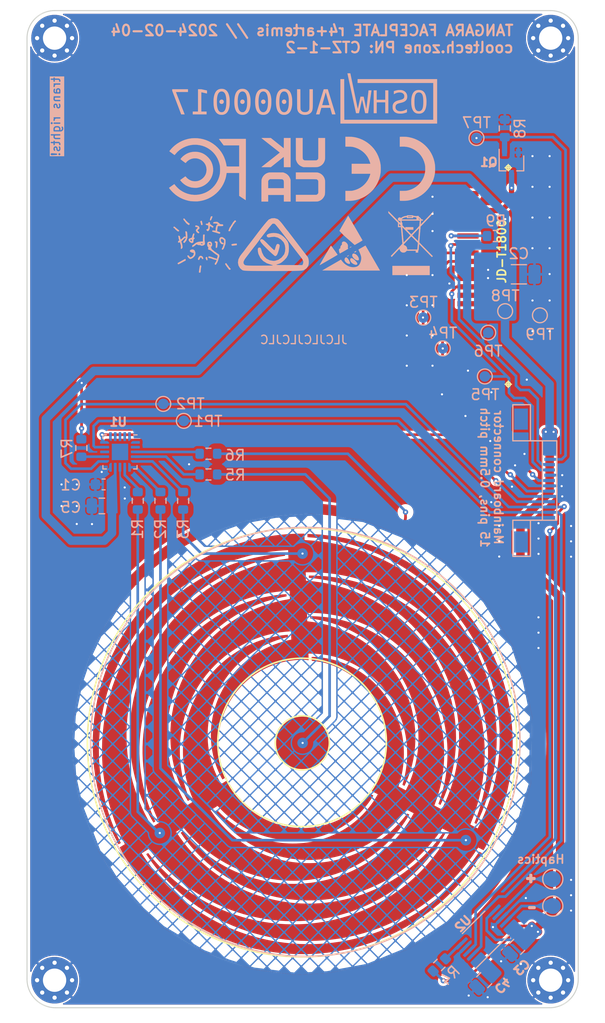
<source format=kicad_pcb>
(kicad_pcb (version 20221018) (generator pcbnew)

  (general
    (thickness 1.6)
  )

  (paper "A4")
  (title_block
    (comment 4 "AISLER Project ID: UHMYFJNI")
  )

  (layers
    (0 "F.Cu" signal)
    (31 "B.Cu" signal)
    (32 "B.Adhes" user "B.Adhesive")
    (33 "F.Adhes" user "F.Adhesive")
    (34 "B.Paste" user)
    (35 "F.Paste" user)
    (36 "B.SilkS" user "B.Silkscreen")
    (37 "F.SilkS" user "F.Silkscreen")
    (38 "B.Mask" user)
    (39 "F.Mask" user)
    (40 "Dwgs.User" user "User.Drawings")
    (41 "Cmts.User" user "User.Comments")
    (42 "Eco1.User" user "User.Eco1")
    (43 "Eco2.User" user "User.Eco2")
    (44 "Edge.Cuts" user)
    (45 "Margin" user)
    (46 "B.CrtYd" user "B.Courtyard")
    (47 "F.CrtYd" user "F.Courtyard")
    (48 "B.Fab" user)
    (49 "F.Fab" user)
    (50 "User.1" user)
    (51 "User.2" user)
    (52 "User.3" user)
    (53 "User.4" user)
    (54 "User.5" user)
    (55 "User.6" user)
    (56 "User.7" user)
    (57 "User.8" user)
    (58 "User.9" user)
  )

  (setup
    (stackup
      (layer "F.SilkS" (type "Top Silk Screen"))
      (layer "F.Paste" (type "Top Solder Paste"))
      (layer "F.Mask" (type "Top Solder Mask") (thickness 0.01))
      (layer "F.Cu" (type "copper") (thickness 0.035))
      (layer "dielectric 1" (type "core") (thickness 1.51) (material "FR4") (epsilon_r 4.5) (loss_tangent 0.02))
      (layer "B.Cu" (type "copper") (thickness 0.035))
      (layer "B.Mask" (type "Bottom Solder Mask") (thickness 0.01))
      (layer "B.Paste" (type "Bottom Solder Paste"))
      (layer "B.SilkS" (type "Bottom Silk Screen"))
      (copper_finish "None")
      (dielectric_constraints no)
    )
    (pad_to_mask_clearance 0)
    (pcbplotparams
      (layerselection 0x00010fc_ffffffff)
      (plot_on_all_layers_selection 0x0000000_00000000)
      (disableapertmacros false)
      (usegerberextensions false)
      (usegerberattributes true)
      (usegerberadvancedattributes true)
      (creategerberjobfile true)
      (dashed_line_dash_ratio 12.000000)
      (dashed_line_gap_ratio 3.000000)
      (svgprecision 6)
      (plotframeref false)
      (viasonmask false)
      (mode 1)
      (useauxorigin false)
      (hpglpennumber 1)
      (hpglpenspeed 20)
      (hpglpendiameter 15.000000)
      (dxfpolygonmode true)
      (dxfimperialunits true)
      (dxfusepcbnewfont true)
      (psnegative false)
      (psa4output false)
      (plotreference true)
      (plotvalue true)
      (plotinvisibletext false)
      (sketchpadsonfab false)
      (subtractmaskfromsilk false)
      (outputformat 1)
      (mirror false)
      (drillshape 0)
      (scaleselection 1)
      (outputdirectory "./gerbers2/")
    )
  )

  (net 0 "")
  (net 1 "Net-(U2-REG)")
  (net 2 "Net-(J2-Pin_1)")
  (net 3 "Net-(SW2-Pin_1)")
  (net 4 "GND")
  (net 5 "+3V3")
  (net 6 "/SCL")
  (net 7 "/SDA")
  (net 8 "/TOUCH_INT")
  (net 9 "/PICO")
  (net 10 "Net-(LCD1-RESET)")
  (net 11 "/SCLK")
  (net 12 "/CS")
  (net 13 "/RS")
  (net 14 "/LED_ENABLE")
  (net 15 "Net-(SW2-Pin_2)")
  (net 16 "Net-(SW2-Pin_3)")
  (net 17 "Net-(LCD1-LEDK)")
  (net 18 "Net-(J1-Pin_1)")
  (net 19 "Net-(U1-KEY0)")
  (net 20 "Net-(SW1-Pin_1)")
  (net 21 "Net-(U1-KEY1)")
  (net 22 "Net-(SW3-Pin_1)")
  (net 23 "Net-(U1-KEY2)")
  (net 24 "Net-(U2-EN)")
  (net 25 "Net-(U1-KEY3)")
  (net 26 "Net-(U1-KEY4)")
  (net 27 "Net-(U1-~{RESET})")
  (net 28 "unconnected-(U1-KEY6-Pad1)")
  (net 29 "unconnected-(U1-KEY5-Pad2)")
  (net 30 "unconnected-(U1-NC-Pad13)")
  (net 31 "unconnected-(U1-KEY11-Pad16)")
  (net 32 "unconnected-(U1-KEY10-Pad17)")
  (net 33 "unconnected-(U1-KEY9-Pad18)")
  (net 34 "unconnected-(U1-KEY8-Pad19)")
  (net 35 "unconnected-(U1-KEY7-Pad20)")

  (footprint "faceplate-footprints:qtouch-wheel" (layer "F.Cu") (at 157.687776 117.890948 -148))

  (footprint "faceplate-footprints:qtouch-guard" (layer "F.Cu") (at 157.7 117.885573 -10))

  (footprint "MountingHole:MountingHole_2.2mm_M2_Pad_Via" (layer "F.Cu") (at 134.3 140.2))

  (footprint "MountingHole:MountingHole_2.2mm_M2_Pad_Via" (layer "F.Cu") (at 134.3 51.25))

  (footprint "faceplate-footprints:qtouch-button" (layer "F.Cu") (at 157.7 117.8))

  (footprint "MountingHole:MountingHole_2.2mm_M2_Pad_Via" (layer "F.Cu") (at 181.1 51.25))

  (footprint "faceplate-footprints:JD-T1800" (layer "F.Cu") (at 160.199674 71.131556 90))

  (footprint "MountingHole:MountingHole_2.2mm_M2_Pad_Via" (layer "F.Cu") (at 181.1 140.2))

  (footprint "Resistor_SMD:R_0603_1608Metric" (layer "B.Cu") (at 148.811943 90.492976 180))

  (footprint "footprints:oshwa-cert" (layer "B.Cu")
    (tstamp 0efe2e21-be9b-4968-94bd-c6302fb66314)
    (at 157.889132 56.948653 180)
    (attr board_only exclude_from_pos_files exclude_from_bom)
    (fp_text reference "G***" (at 0 0) (layer "B.SilkS") hide
        (effects (font (size 1.5 1.5) (thickness 0.3)) (justify mirror))
      (tstamp 7475cf8c-a45b-45a4-9aca-d3a1d614bf0b)
    )
    (fp_text value "LOGO" (at 0.75 0) (layer "B.SilkS") hide
        (effects (font (size 1.5 1.5) (thickness 0.3)) (justify mirror))
      (tstamp 68d40912-2460-4daa-847d-21071157a31b)
    )
    (fp_poly
      (pts
        (xy -7.603911 0.325283)
        (xy -7.603911 -0.11892)
        (xy -7.20168 -0.11892)
        (xy -6.799449 -0.11892)
        (xy -6.799449 0.325283)
        (xy -6.799449 0.769485)
        (xy -6.656045 0.769485)
        (xy -6.512641 0.769485)
        (xy -6.512641 -0.311291)
        (xy -6.512641 -1.392068)
        (xy -6.656 -1.392068)
        (xy -6.799358 -1.392068)
        (xy -6.801153 -0.879661)
        (xy -6.802947 -0.367254)
        (xy -7.203429 -0.365448)
        (xy -7.603911 -0.363642)
        (xy -7.603911 -0.877855)
        (xy -7.603911 -1.392068)
        (xy -7.750813 -1.392068)
        (xy -7.897714 -1.392068)
        (xy -7.897714 -0.311291)
        (xy -7.897714 0.769485)
        (xy -7.750813 0.769485)
        (xy -7.603911 0.769485)
      )

      (stroke (width 0) (type solid)) (fill solid) (layer "B.SilkS") (tstamp 1b1b8f51-b395-4d88-b8f2-dba3c17db507))
    (fp_poly
      (pts
        (xy 1.993324 -0.106062)
        (xy 2.035363 -0.122924)
        (xy 2.078183 -0.153449)
        (xy 2.110862 -0.191633)
        (xy 2.133126 -0.235361)
        (xy 2.144704 -0.282519)
        (xy 2.145322 -0.330993)
        (xy 2.134707 -0.37867)
        (xy 2.112587 -0.423434)
        (xy 2.079211 -0.462691)
        (xy 2.034945 -0.494397)
        (xy 1.985358 -0.51343)
        (xy 1.931954 -0.519332)
        (xy 1.901821 -0.516862)
        (xy 1.851568 -0.503043)
        (xy 1.80736 -0.478277)
        (xy 1.771229 -0.444201)
        (xy 1.745209 -0.40245)
        (xy 1.738559 -0.385411)
        (xy 1.729924 -0.343711)
        (xy 1.728816 -0.297617)
        (xy 1.734943 -0.252772)
        (xy 1.747347 -0.216156)
        (xy 1.776112 -0.172443)
        (xy 1.815084 -0.136028)
        (xy 1.852759 -0.113607)
        (xy 1.896485 -0.100452)
        (xy 1.944743 -0.098008)
      )

      (stroke (width 0) (type solid)) (fill solid) (layer "B.SilkS") (tstamp 2d7f64a2-1067-4e7c-b17e-01f5811329be))
    (fp_poly
      (pts
        (xy 5.921188 -0.105238)
        (xy 5.967032 -0.124476)
        (xy 6.007638 -0.154451)
        (xy 6.040976 -0.194426)
        (xy 6.056583 -0.222763)
        (xy 6.071705 -0.271276)
        (xy 6.07512 -0.323041)
        (xy 6.066786 -0.373744)
        (xy 6.058386 -0.396925)
        (xy 6.032847 -0.43845)
        (xy 5.997189 -0.47284)
        (xy 5.954063 -0.498674)
        (xy 5.90612 -0.514534)
        (xy 5.85601 -0.519001)
        (xy 5.834095 -0.517012)
        (xy 5.782933 -0.503599)
        (xy 5.739369 -0.479232)
        (xy 5.71733 -0.460302)
        (xy 5.686228 -0.421988)
        (xy 5.666917 -0.378622)
        (xy 5.65855 -0.328075)
        (xy 5.658048 -0.311425)
        (xy 5.663994 -0.255602)
        (xy 5.681953 -0.206353)
        (xy 5.711417 -0.164532)
        (xy 5.751875 -0.130993)
        (xy 5.772512 -0.119338)
        (xy 5.8219 -0.10193)
        (xy 5.872135 -0.097477)
      )

      (stroke (width 0) (type solid)) (fill solid) (layer "B.SilkS") (tstamp ed2cf7b5-86df-4744-b2dd-2bf504c95823))
    (fp_poly
      (pts
        (xy 7.896391 -0.108866)
        (xy 7.943321 -0.131456)
        (xy 7.97807 -0.159259)
        (xy 8.00954 -0.199229)
        (xy 8.030049 -0.244638)
        (xy 8.039638 -0.293044)
        (xy 8.038346 -0.342007)
        (xy 8.026213 -0.389087)
        (xy 8.003281 -0.431843)
        (xy 7.973042 -0.464952)
        (xy 7.92959 -0.493324)
        (xy 7.879847 -0.51094)
        (xy 7.827098 -0.517247)
        (xy 7.774628 -0.511692)
        (xy 7.746491 -0.503154)
        (xy 7.70347 -0.4797)
        (xy 7.669171 -0.447051)
        (xy 7.643994 -0.407261)
        (xy 7.628338 -0.36238)
        (xy 7.622603 -0.314461)
        (xy 7.627188 -0.265557)
        (xy 7.642494 -0.217718)
        (xy 7.66892 -0.172998)
        (xy 7.679629 -0.159864)
        (xy 7.698068 -0.143509)
        (xy 7.723433 -0.126656)
        (xy 7.744374 -0.115735)
        (xy 7.794517 -0.100558)
        (xy 7.845989 -0.098417)
      )

      (stroke (width 0) (type solid)) (fill solid) (layer "B.SilkS") (tstamp b886266d-e2f4-41a8-99cb-a01383100d68))
    (fp_poly
      (pts
        (xy 3.910181 -0.099364)
        (xy 3.964242 -0.108105)
        (xy 4.010264 -0.127966)
        (xy 4.049446 -0.159559)
        (xy 4.066177 -0.179071)
        (xy 4.094411 -0.22639)
        (xy 4.109175 -0.276864)
        (xy 4.110345 -0.329459)
        (xy 4.097799 -0.383141)
        (xy 4.092072 -0.397621)
        (xy 4.07389 -0.428693)
        (xy 4.047903 -0.459206)
        (xy 4.018366 -0.484797)
        (xy 3.992146 -0.500065)
        (xy 3.954554 -0.511583)
        (xy 3.912846 -0.517814)
        (xy 3.874346 -0.517755)
        (xy 3.868411 -0.517012)
        (xy 3.816225 -0.502729)
        (xy 3.770708 -0.477088)
        (xy 3.733603 -0.441296)
        (xy 3.712713 -0.409226)
        (xy 3.700755 -0.375153)
        (xy 3.694809 -0.33346)
        (xy 3.695033 -0.289232)
        (xy 3.701584 -0.247556)
        (xy 3.707145 -0.229626)
        (xy 3.731266 -0.184816)
        (xy 3.766391 -0.146554)
        (xy 3.810125 -0.117355)
        (xy 3.817356 -0.113877)
        (xy 3.839904 -0.104565)
        (xy 3.859719 -0.099679)
        (xy 3.882537 -0.098322)
      )

      (stroke (width 0) (type solid)) (fill solid) (layer "B.SilkS") (tstamp 074383d5-89c4-4767-af70-0818de9dbb68))
    (fp_poly
      (pts
        (xy -4.994657 1.647398)
        (xy -4.994657 1.462022)
        (xy -8.562269 1.462022)
        (xy -12.129882 1.462022)
        (xy -12.129882 -0.272817)
        (xy -12.129882 -2.007656)
        (xy -7.937348 -2.007656)
        (xy -3.744813 -2.007656)
        (xy -3.740159 -0.80621)
        (xy -3.739625 -0.663599)
        (xy -3.739108 -0.516335)
        (xy -3.738612 -0.365833)
        (xy -3.73814 -0.213508)
        (xy -3.737695 -0.060773)
        (xy -3.737282 0.090956)
        (xy -3.736903 0.240264)
        (xy -3.736562 0.385738)
        (xy -3.736262 0.525961)
        (xy -3.736007 0.659521)
        (xy -3.7358 0.785002)
        (xy -3.735645 0.900989)
        (xy -3.735545 1.006068)
        (xy -3.735503 1.098824)
        (xy -3.735502 1.114005)
        (xy -3.7355 1.832774)
        (xy -3.553622 1.832774)
        (xy -3.371743 1.832774)
        (xy -3.371743 -0.269319)
        (xy -3.371743 -2.371412)
        (xy -7.936188 -2.371412)
        (xy -12.500633 -2.371412)
        (xy -12.500633 -0.269319)
        (xy -12.500633 1.832774)
        (xy -8.747645 1.832774)
        (xy -4.994657 1.832774)
      )

      (stroke (width 0) (type solid)) (fill solid) (layer "B.SilkS") (tstamp 0ae21bd7-931b-4b7b-9452-183f25500a2d))
    (fp_poly
      (pts
        (xy 10.059267 -0.17838)
        (xy 10.059267 -1.231176)
        (xy 10.307601 -1.231176)
        (xy 10.555935 -1.231176)
        (xy 10.555935 -1.367584)
        (xy 10.555935 -1.503993)
        (xy 9.901873 -1.503993)
        (xy 9.24781 -1.503993)
        (xy 9.24781 -1.367584)
        (xy 9.24781 -1.231176)
        (xy 9.496144 -1.231176)
        (xy 9.744478 -1.231176)
        (xy 9.744478 -0.321313)
        (xy 9.744471 -0.189823)
        (xy 9.744444 -0.071622)
        (xy 9.744387 0.033992)
        (xy 9.744291 0.127722)
        (xy 9.744146 0.210268)
        (xy 9.743943 0.282332)
        (xy 9.743673 0.344618)
        (xy 9.743325 0.397825)
        (xy 9.742891 0.442657)
        (xy 9.742361 0.479816)
        (xy 9.741725 0.510002)
        (xy 9.740974 0.533918)
        (xy 9.740099 0.552265)
        (xy 9.739089 0.565747)
        (xy 9.737937 0.575064)
        (xy 9.736631 0.580918)
        (xy 9.735163 0.584011)
        (xy 9.733522 0.585045)
        (xy 9.732236 0.584911)
        (xy 9.720715 0.581969)
        (xy 9.697896 0.576544)
        (xy 9.665631 0.569052)
        (xy 9.625771 0.559907)
        (xy 9.580167 0.549527)
        (xy 9.53067 0.538325)
        (xy 9.479132 0.526718)
        (xy 9.427404 0.515121)
        (xy 9.377337 0.50395)
        (xy 9.330782 0.493621)
        (xy 9.289591 0.484548)
        (xy 9.255615 0.477147)
        (xy 9.230704 0.471834)
        (xy 9.216711 0.469024)
        (xy 9.214431 0.468687)
        (xy 9.211368 0.472184)
        (xy 9.209065 0.483556)
        (xy 9.207441 0.504122)
        (xy 9.20642 0.535201)
        (xy 9.205921 0.578111)
        (xy 9.205839 0.611957)
        (xy 9.205874 0.660104)
        (xy 9.206111 0.696092)
        (xy 9.206745 0.721755)
        (xy 9.207973 0.738925)
        (xy 9.20999 0.749435)
        (xy 9.212993 0.755118)
        (xy 9.217179 0.757806)
        (xy 9.221578 0.759049)
        (xy 9.231828 0.761378)
        (xy 9.25412 0.766338)
        (xy 9.286832 0.773569)
        (xy 9.328338 0.782714)
        (xy 9.377014 0.793416)
        (xy 9.431236 0.805316)
        (xy 9.489378 0.818056)
        (xy 9.492059 0.818643)
        (xy 9.7468 0.874415)
        (xy 9.903034 0.874415)
        (xy 10.059267 0.874415)
      )

      (stroke (width 0) (type solid)) (fill solid) (layer "B.SilkS") (tstamp 44ea6280-ac0a-40d3-aa94-eb85a113cf3f))
    (fp_poly
      (pts
        (xy 12.493638 0.801741)
        (xy 12.493638 0.729067)
        (xy 12.083704 -0.350738)
        (xy 12.038744 -0.469169)
        (xy 11.994998 -0.584406)
        (xy 11.952737 -0.695738)
        (xy 11.91223 -0.802452)
        (xy 11.873749 -0.903835)
        (xy 11.837564 -0.999174)
        (xy 11.803945 -1.087757)
        (xy 11.773163 -1.16887)
        (xy 11.745488 -1.241803)
        (xy 11.72119 -1.305841)
        (xy 11.70054 -1.360273)
        (xy 11.683809 -1.404385)
        (xy 11.671267 -1.437465)
        (xy 11.663184 -1.4588)
        (xy 11.659984 -1.467268)
        (xy 11.646199 -1.503993)
        (xy 11.478401 -1.503993)
        (xy 11.431838 -1.503785)
        (xy 11.390495 -1.503201)
        (xy 11.356237 -1.5023)
        (xy 11.33093 -1.501142)
        (xy 11.316439 -1.499786)
        (xy 11.313731 -1.498747)
        (xy 11.316946 -1.491165)
        (xy 11.324903 -1.471442)
        (xy 11.337274 -1.440419)
        (xy 11.353728 -1.398938)
        (xy 11.373936 -1.347839)
        (xy 11.397568 -1.287963)
        (xy 11.424294 -1.220152)
        (xy 11.453785 -1.145246)
        (xy 11.485711 -1.064086)
        (xy 11.519742 -0.977515)
        (xy 11.555549 -0.886372)
        (xy 11.592802 -0.791498)
        (xy 11.631171 -0.693735)
        (xy 11.670326 -0.593925)
        (xy 11.709939 -0.492907)
        (xy 11.749679 -0.391523)
        (xy 11.789216 -0.290614)
        (xy 11.828221 -0.191021)
        (xy 11.866364 -0.093586)
        (xy 11.903316 0.000852)
        (xy 11.938747 0.09145)
        (xy 11.972326 0.177367)
        (xy 12.003726 0.257764)
        (xy 12.032615 0.331797)
        (xy 12.058664 0.398628)
        (xy 12.081543 0.457413)
        (xy 12.100924 0.507313)
        (xy 12.116475 0.547486)
        (xy 12.127868 0.577092)
        (xy 12.134772 0.595288)
        (xy 12.136877 0.601227)
        (xy 12.131218 0.60272)
        (xy 12.114052 0.604034)
        (xy 12.085091 0.605174)
        (xy 12.044048 0.606144)
        (xy 11.990638 0.606946)
        (xy 11.924573 0.607586)
        (xy 11.845568 0.608065)
        (xy 11.753335 0.608389)
        (xy 11.647587 0.608561)
        (xy 11.570256 0.608593)
        (xy 11.003635 0.608593)
        (xy 11.003635 0.741504)
        (xy 11.003635 0.874415)
        (xy 11.748637 0.874415)
        (xy 12.493638 0.874415)
      )

      (stroke (width 0) (type solid)) (fill solid) (layer "B.SilkS") (tstamp 55cceb78-98ec-4751-b6df-63e727793591))
    (fp_poly
      (pts
        (xy -0.452647 -0.050716)
        (xy -0.452217 -0.191434)
        (xy -0.451762 -0.318741)
        (xy -0.451274 -0.433216)
        (xy -0.450747 -0.535439)
        (xy -0.450174 -0.625989)
        (xy -0.449548 -0.705446)
        (xy -0.448862 -0.774389)
        (xy -0.44811 -0.833397)
        (xy -0.447284 -0.88305)
        (xy -0.446377 -0.923928)
        (xy -0.445383 -0.95661)
        (xy -0.444295 -0.981675)
        (xy -0.443106 -0.999702)
        (xy -0.441809 -1.011272)
        (xy -0.441236 -1.014321)
        (xy -0.419857 -1.078215)
        (xy -0.386212 -1.135562)
        (xy -0.360332 -1.166776)
        (xy -0.318709 -1.205488)
        (xy -0.272778 -1.235484)
        (xy -0.218849 -1.258938)
        (xy -0.186342 -1.269293)
        (xy -0.157528 -1.276984)
        (xy -0.131635 -1.282137)
        (xy -0.10445 -1.285229)
        (xy -0.071761 -1.286737)
        (xy -0.029356 -1.287138)
        (xy -0.028807 -1.287138)
        (xy 0.048758 -1.283868)
        (xy 0.115843 -1.273595)
        (xy 0.174456 -1.255622)
        (xy 0.226606 -1.229254)
        (xy 0.274301 -1.193796)
        (xy 0.294313 -1.175213)
        (xy 0.335057 -1.128417)
        (xy 0.363983 -1.078845)
        (xy 0.383227 -1.022715)
        (xy 0.385224 -1.014321)
        (xy 0.386565 -1.005164)
        (xy 0.387796 -0.98962)
        (xy 0.388925 -0.967116)
        (xy 0.389959 -0.937083)
        (xy 0.390904 -0.89895)
        (xy 0.391767 -0.852146)
        (xy 0.392555 -0.796099)
        (xy 0.393275 -0.730239)
        (xy 0.393933 -0.653995)
        (xy 0.394537 -0.566797)
        (xy 0.395093 -0.468072)
        (xy 0.395607 -0.357251)
        (xy 0.396088 -0.233763)
        (xy 0.39654 -0.097037)
        (xy 0.396679 -0.050716)
        (xy 0.399399 0.874415)
        (xy 0.556759 0.874415)
        (xy 0.714118 0.874415)
        (xy 0.711636 -0.019237)
        (xy 0.711258 -0.150726)
        (xy 0.710886 -0.268998)
        (xy 0.710507 -0.374827)
        (xy 0.71011 -0.468984)
        (xy 0.709683 -0.552245)
        (xy 0.709214 -0.625382)
        (xy 0.708692 -0.689169)
        (xy 0.708104 -0.744379)
        (xy 0.707439 -0.791785)
        (xy 0.706686 -0.832161)
        (xy 0.705832 -0.866281)
        (xy 0.704866 -0.894917)
        (xy 0.703776 -0.918843)
        (xy 0.70255 -0.938832)
        (xy 0.701177 -0.955658)
        (xy 0.699644 -0.970095)
        (xy 0.69794 -0.982915)
        (xy 0.696881 -0.989837)
        (xy 0.67788 -1.080789)
        (xy 0.65123 -1.161899)
        (xy 0.628563 -1.212242)
        (xy 0.585042 -1.283205)
        (xy 0.530068 -1.347001)
        (xy 0.464521 -1.403071)
        (xy 0.389279 -1.450855)
        (xy 0.305221 -1.489795)
        (xy 0.213227 -1.51933)
        (xy 0.115423 -1.538726)
        (xy 0.079296 -1.54226)
        (xy 0.033667 -1.544343)
        (xy -0.017544 -1.545024)
        (xy -0.07042 -1.544353)
        (xy -0.121042 -1.542377)
        (xy -0.165491 -1.539147)
        (xy -0.199367 -1.534797)
        (xy -0.300282 -1.510934)
        (xy -0.393126 -1.476672)
        (xy -0.477223 -1.432354)
        (xy -0.551898 -1.378325)
        (xy -0.60328 -1.329542)
        (xy -0.640986 -1.284914)
        (xy -0.672868 -1.237324)
        (xy -0.699413 -1.185224)
        (xy -0.721111 -1.127065)
        (xy -0.73845 -1.0613)
        (xy -0.751919 -0.986379)
        (xy -0.762006 -0.900756)
        (xy -0.769133 -0.804051)
        (xy -0.770243 -0.777166)
        (xy -0.771286 -0.737195)
        (xy -0.772255 -0.685046)
        (xy -0.773143 -0.621624)
        (xy -0.773942 -0.547835)
        (xy -0.774646 -0.464585)
        (xy -0.775247 -0.372779)
        (xy -0.775737 -0.273324)
        (xy -0.776108 -0.167125)
        (xy -0.776355 -0.055089)
        (xy -0.776469 0.06188)
        (xy -0.776476 0.099684)
        (xy -0.77648 0.874415)
        (xy -0.615877 0.874415)
        (xy -0.455273 0.874415)
      )

      (stroke (width 0) (type solid)) (fill solid) (layer "B.SilkS") (tstamp 41dcebf9-1373-47e4-a02b-81c120e1801d))
    (fp_poly
      (pts
        (xy -10.704396 0.801112)
        (xy -10.613651 0.789603)
        (xy -10.531075 0.767765)
        (xy -10.455706 0.735281)
        (xy -10.386584 0.691831)
        (xy -10.332398 0.646392)
        (xy -10.276092 0.585483)
        (xy -10.226486 0.515084)
        (xy -10.183378 0.434662)
        (xy -10.146566 0.343687)
        (xy -10.115849 0.241629)
        (xy -10.091024 0.127955)
        (xy -10.071889 0.002135)
        (xy -10.065347 -0.055962)
        (xy -10.061857 -0.101488)
        (xy -10.059351 -0.157747)
        (xy -10.057809 -0.221751)
        (xy -10.057213 -0.29051)
        (xy -10.057543 -0.361035)
        (xy -10.05878 -0.430336)
        (xy -10.060905 -0.495423)
        (xy -10.063899 -0.553308)
        (xy -10.067744 -0.601001)
        (xy -10.068891 -0.611456)
        (xy -10.087541 -0.739887)
        (xy -10.111886 -0.855991)
        (xy -10.142147 -0.960319)
        (xy -10.178545 -1.053419)
        (xy -10.2213 -1.135841)
        (xy -10.270632 -1.208134)
        (xy -10.326763 -1.270847)
        (xy -10.338174 -1.281687)
        (xy -10.388973 -1.322656)
        (xy -10.447459 -1.359889)
        (xy -10.507332 -1.389434)
        (xy -10.514624 -1.392399)
        (xy -10.568803 -1.4094)
        (xy -10.63269 -1.422149)
        (xy -10.70259 -1.430403)
        (xy -10.77481 -1.433918)
        (xy -10.845652 -1.432449)
        (xy -10.911423 -1.425754)
        (xy -10.940678 -1.420493)
        (xy -11.027406 -1.396232)
        (xy -11.106346 -1.361615)
        (xy -11.177654 -1.316416)
        (xy -11.241482 -1.260411)
        (xy -11.297986 -1.193375)
        (xy -11.34732 -1.115081)
        (xy -11.389638 -1.025306)
        (xy -11.425094 -0.923825)
        (xy -11.453844 -0.810412)
        (xy -11.476041 -0.684842)
        (xy -11.483309 -0.629578)
        (xy -11.48889 -0.571878)
        (xy -11.493312 -0.503901)
        (xy -11.496499 -0.429321)
        (xy -11.498376 -0.35181)
        (xy -11.49868 -0.304296)
        (xy -11.194304 -0.304296)
        (xy -11.192727 -0.435019)
        (xy -11.187862 -0.552809)
        (xy -11.179553 -0.658368)
        (xy -11.167644 -0.752397)
        (xy -11.151978 -0.835599)
        (xy -11.1324 -0.908677)
        (xy -11.108752 -0.972331)
        (xy -11.080878 -1.027265)
        (xy -11.048623 -1.074181)
        (xy -11.014705 -1.111092)
        (xy -10.962121 -1.151431)
        (xy -10.902685 -1.180027)
        (xy -10.837618 -1.196558)
        (xy -10.768144 -1.200707)
        (xy -10.700649 -1.193171)
        (xy -10.637657 -1.175006)
        (xy -10.581858 -1.145816)
        (xy -10.532977 -1.105284)
        (xy -10.490737 -1.053096)
        (xy -10.454865 -0.988934)
        (xy -10.425084 -0.912482)
        (xy -10.409624 -0.859026)
        (xy -10.397558 -0.808353)
        (xy -10.387643 -0.757631)
        (xy -10.379662 -0.704713)
        (xy -10.373401 -0.647449)
        (xy -10.368643 -0.583692)
        (xy -10.365173 -0.511295)
        (xy -10.362776 -0.428108)
        (xy -10.361942 -0.383624)
        (xy -10.361373 -0.247926)
        (xy -10.364347 -0.125131)
        (xy -10.370997 -0.014574)
        (xy -10.381454 0.084411)
        (xy -10.395851 0.172488)
        (xy -10.414319 0.250324)
        (xy -10.436992 0.318583)
        (xy -10.464001 0.377931)
        (xy -10.495478 0.429033)
        (xy -10.531556 0.472555)
        (xy -10.532155 0.473176)
        (xy -10.580946 0.515141)
        (xy -10.63516 0.544953)
        (xy -10.69677 0.563622)
        (xy -10.716132 0.567069)
        (xy -10.777949 0.571387)
        (xy -10.840154 0.566243)
        (xy -10.899148 0.552333)
        (xy -10.951332 0.530352)
        (xy -10.972262 0.517582)
        (xy -11.015704 0.482095)
        (xy -11.053994 0.438634)
        (xy -11.087292 0.386603)
        (xy -11.115761 0.325404)
        (xy -11.13956 0.254441)
        (xy -11.158852 0.173117)
        (xy -11.173798 0.080835)
        (xy -11.184559 -0.023001)
        (xy -11.191296 -0.138989)
        (xy -11.19417 -0.267724)
        (xy -11.194304 -0.304296)
        (xy -11.49868 -0.304296)
        (xy -11.498867 -0.275041)
        (xy -11.497896 -0.202686)
        (xy -11.495387 -0.138417)
        (xy -11.493909 -0.115422)
        (xy -11.480308 0.022353)
        (xy -11.460607 0.147821)
        (xy -11.43467 0.261332)
        (xy -11.402365 0.363232)
        (xy -11.363559 0.453869)
        (xy -11.318116 0.533593)
        (xy -11.265904 0.602749)
        (xy -11.206789 0.661687)
        (xy -11.190083 0.675531)
        (xy -11.129054 0.718539)
        (xy -11.06519 0.751889)
        (xy -10.996284 0.776308)
        (xy -10.920127 0.792522)
        (xy -10.834514 0.801259)
        (xy -10.804269 0.802611)
      )

      (stroke (width 0) (type solid)) (fill solid) (layer "B.SilkS") (tstamp 8e6852d5-bd08-4c51-81ca-eeaa2f10db73))
    (fp_poly
      (pts
        (xy 5.958399 0.909919)
        (xy 6.012245 0.902631)
        (xy 6.056848 0.893849)
        (xy 6.096956 0.88225)
        (xy 6.137317 0.86651)
        (xy 6.17257 0.850247)
        (xy 6.250892 0.80505)
        (xy 6.321778 0.748783)
        (xy 6.385281 0.681332)
        (xy 6.44145 0.602584)
        (xy 6.490336 0.512426)
        (xy 6.531988 0.410744)
        (xy 6.566457 0.297427)
        (xy 6.593794 0.17236)
        (xy 6.614049 0.03543)
        (xy 6.627272 -0.113475)
        (xy 6.630738 -0.179543)
        (xy 6.634063 -0.346277)
        (xy 6.629535 -0.503821)
        (xy 6.617218 -0.651734)
        (xy 6.597174 -0.789575)
        (xy 6.569469 -0.916904)
        (xy 6.534166 -1.03328)
        (xy 6.491981 -1.13687)
        (xy 6.444238 -1.227329)
        (xy 6.391209 -1.305331)
        (xy 6.332046 -1.371685)
        (xy 6.265905 -1.427201)
        (xy 6.19194 -1.47269)
        (xy 6.109306 -1.50896)
        (xy 6.099917 -1.512328)
        (xy 6.043146 -1.527917)
        (xy 5.977225 -1.538805)
        (xy 5.906252 -1.544785)
        (xy 5.834328 -1.545648)
        (xy 5.76555 -1.541189)
        (xy 5.708179 -1.532122)
        (xy 5.61729 -1.506638)
        (xy 5.53554 -1.471153)
        (xy 5.46193 -1.424967)
        (xy 5.395457 -1.367379)
        (xy 5.335119 -1.29769)
        (xy 5.299189 -1.246304)
        (xy 5.254663 -1.168743)
        (xy 5.215809 -1.082262)
        (xy 5.182338 -0.985938)
        (xy 5.153959 -0.878848)
        (xy 5.130383 -0.760068)
        (xy 5.115452 -0.661057)
        (xy 5.111289 -0.62008)
        (xy 5.107943 -0.56759)
        (xy 5.10541 -0.506042)
        (xy 5.103691 -0.437891)
        (xy 5.102782 -0.36559)
        (xy 5.102779 -0.36355)
        (xy 5.422481 -0.36355)
        (xy 5.42352 -0.462243)
        (xy 5.426684 -0.550843)
        (xy 5.432132 -0.631242)
        (xy 5.440021 -0.70533)
        (xy 5.450509 -0.774998)
        (xy 5.463753 -0.842136)
        (xy 5.477305 -0.89866)
        (xy 5.506188 -0.992596)
        (xy 5.541053 -1.073915)
        (xy 5.581895 -1.142608)
        (xy 5.628708 -1.198667)
        (xy 5.681484 -1.242083)
        (xy 5.740218 -1.272848)
        (xy 5.771716 -1.283456)
        (xy 5.809239 -1.29012)
        (xy 5.854571 -1.292393)
        (xy 5.902513 -1.290504)
        (xy 5.947863 -1.284681)
        (xy 5.985422 -1.275153)
        (xy 5.988826 -1.2739)
        (xy 6.047352 -1.244204)
        (xy 6.100011 -1.202187)
        (xy 6.146833 -1.147785)
        (xy 6.187849 -1.080934)
        (xy 6.22309 -1.001569)
        (xy 6.252585 -0.909628)
        (xy 6.276365 -0.805045)
        (xy 6.29446 -0.687758)
        (xy 6.302206 -0.615588)
        (xy 6.309168 -0.519287)
        (xy 6.313196 -0.416033)
        (xy 6.314344 -0.309295)
        (xy 6.312664 -0.202541)
        (xy 6.308209 -0.099241)
        (xy 6.301033 -0.002862)
        (xy 6.291562 0.080447)
        (xy 6.272605 0.193303)
        (xy 6.248621 0.293328)
        (xy 6.219437 0.380814)
        (xy 6.184878 0.45605)
        (xy 6.14477 0.519329)
        (xy 6.098938 0.570942)
        (xy 6.047208 0.611179)
        (xy 5.989406 0.640333)
        (xy 5.948508 0.653474)
        (xy 5.884968 0.663469)
        (xy 5.820487 0.660455)
        (xy 5.786743 0.654009)
        (xy 5.723126 0.631992)
        (xy 5.665562 0.597391)
        (xy 5.614085 0.550252)
        (xy 5.568727 0.49062)
        (xy 5.529521 0.41854)
        (xy 5.4965 0.334057)
        (xy 5.469697 0.237217)
        (xy 5.463718 0.20986)
        (xy 5.454004 0.160837)
        (xy 5.44605 0.114937)
        (xy 5.439651 0.069823)
        (xy 5.434605 0.023157)
        (xy 5.430707 -0.027398)
        (xy 5.427753 -0.084181)
        (xy 5.425541 -0.149528)
        (xy 5.423866 -0.225778)
        (xy 5.42341 -0.252876)
        (xy 5.422481 -0.36355)
        (xy 5.102779 -0.36355)
        (xy 5.102683 -0.291595)
        (xy 5.103392 -0.218359)
        (xy 5.104907 -0.148336)
        (xy 5.107227 -0.083982)
        (xy 5.11035 -0.027751)
        (xy 5.114274 0.017904)
        (xy 5.115909 0.031479)
        (xy 5.136055 0.159215)
        (xy 5.160944 0.274787)
        (xy 5.190949 0.379325)
        (xy 5.226439 0.473954)
        (xy 5.267787 0.559801)
        (xy 5.315363 0.637995)
        (xy 5.315859 0.638723)
        (xy 5.374144 0.7124)
        (xy 5.44086 0.775164)
        (xy 5.515348 0.826736)
        (xy 5.596945 0.866839)
        (xy 5.684993 0.895192)
        (xy 5.77883 0.911518)
        (xy 5.877797 0.915537)
      )

      (stroke (width 0) (type solid)) (fill solid) (layer "B.SilkS") (tstamp ac65ec05-b92f-4e7c-ba46-adae3807a76c))
    (fp_poly
      (pts
        (xy -1.935487 0.874358)
        (xy -1.890549 0.874122)
        (xy -1.856507 0.873612)
        (xy -1.831815 0.872732)
        (xy -1.814925 0.871386)
        (xy -1.804291 0.869479)
        (xy -1.798366 0.866915)
        (xy -1.795601 0.863598)
        (xy -1.795074 0.862173)
        (xy -1.791573 0.850622)
        (xy -1.784305 0.826758)
        (xy -1.773523 0.791412)
        (xy -1.759482 0.745418)
        (xy -1.742438 0.689608)
        (xy -1.722645 0.624816)
        (xy -1.700356 0.551872)
        (xy -1.675828 0.471612)
        (xy -1.649315 0.384866)
        (xy -1.621071 0.292468)
        (xy -1.591351 0.195251)
        (xy -1.56041 0.094046)
        (xy -1.528502 -0.010312)
        (xy -1.495882 -0.116993)
        (xy -1.462805 -0.225161)
        (xy -1.429525 -0.333986)
        (xy -1.396296 -0.442635)
        (xy -1.363375 -0.550274)
        (xy -1.331015 -0.656071)
        (xy -1.29947 -0.759194)
        (xy -1.268997 -0.858809)
        (xy -1.239848 -0.954084)
        (xy -1.212279 -1.044187)
        (xy -1.186545 -1.128284)
        (xy -1.1629 -1.205543)
        (xy -1.141599 -1.275132)
        (xy -1.122896 -1.336216)
        (xy -1.107047 -1.387965)
        (xy -1.094305 -1.429545)
        (xy -1.084926 -1.460123)
        (xy -1.079163 -1.478867)
        (xy -1.077297 -1.484882)
        (xy -1.070924 -1.504245)
        (xy -1.236567 -1.50237)
        (xy -1.40221 -1.500495)
        (xy -1.489827 -1.192701)
        (xy -1.577444 -0.884907)
        (xy -1.99449 -0.883104)
        (xy -2.411535 -0.8813)
        (xy -2.443322 -0.995029)
        (xy -2.453968 -1.033175)
        (xy -2.467451 -1.08158)
        (xy -2.482876 -1.137018)
        (xy -2.499344 -1.196264)
        (xy -2.51596 -1.256095)
        (xy -2.52991 -1.306375)
        (xy -2.58471 -1.503993)
        (xy -2.75009 -1.503993)
        (xy -2.915469 -1.503993)
        (xy -2.884782 -1.40431)
        (xy -2.879325 -1.386546)
        (xy -2.870014 -1.356195)
        (xy -2.857093 -1.314045)
        (xy -2.840802 -1.260886)
        (xy -2.821384 -1.19751)
        (xy -2.79908 -1.124704)
        (xy -2.774133 -1.04326)
        (xy -2.746784 -0.953967)
        (xy -2.717276 -0.857614)
        (xy -2.685849 -0.754992)
        (xy -2.652747 -0.646891)
        (xy -2.643697 -0.617336)
        (xy -2.32932 -0.617336)
        (xy -2.328666 -0.620155)
        (xy -2.32587 -0.622507)
        (xy -2.319777 -0.624432)
        (xy -2.309227 -0.625974)
        (xy -2.293066 -0.627175)
        (xy -2.270134 -0.628077)
        (xy -2.239275 -0.628722)
        (xy -2.199331 -0.629152)
        (xy -2.149147 -0.62941)
        (xy -2.087563 -0.629537)
        (xy -2.013423 -0.629577)
        (xy -1.993666 -0.629578)
        (xy -1.915421 -0.629532)
        (xy -1.850059 -0.629371)
        (xy -1.796471 -0.629061)
        (xy -1.753549 -0.628568)
        (xy -1.720185 -0.62786)
        (xy -1.695271 -0.626903)
        (xy -1.677697 -0.625662)
        (xy -1.666358 -0.624105)
        (xy -1.660143 -0.622198)
        (xy -1.657945 -0.619907)
        (xy -1.65789 -0.619401)
        (xy -1.65972 -0.611585)
        (xy -1.664991 -0.591475)
        (xy -1.673376 -0.560252)
        (xy -1.684548 -0.519095)
        (xy -1.698179 -0.469184)
        (xy -1.713942 -0.4117)
        (xy -1.73151 -0.347822)
        (xy -1.750555 -0.278731)
        (xy -1.770751 -0.205606)
        (xy -1.791769 -0.129627)
        (xy -1.813282 -0.051975)
        (xy -1.834964 0.026172)
        (xy -1.856487 0.103632)
        (xy -1.877523 0.179226)
        (xy -1.897745 0.251774)
        (xy -1.916826 0.320095)
        (xy -1.934439 0.383011)
        (xy -1.950255 0.43934)
        (xy -1.963949 0.487903)
        (xy -1.975193 0.52752)
        (xy -1.983658 0.557012)
        (xy -1.989019 0.575197)
        (xy -1.990766 0.580612)
        (xy -1.993101 0.575373)
        (xy -1.998843 0.557804)
        (xy -2.007666 0.529058)
        (xy -2.019245 0.490287)
        (xy -2.033253 0.442646)
        (xy -2.049365 0.387288)
        (xy -2.067254 0.325365)
        (xy -2.086596 0.258031)
        (xy -2.107063 0.186438)
        (xy -2.12833 0.111741)
        (xy -2.150071 0.035091)
        (xy -2.17196 -0.042357)
        (xy -2.193672 -0.11945)
        (xy -2.21488 -0.195036)
        (xy -2.235258 -0.267961)
        (xy -2.254481 -0.337072)
        (xy -2.272223 -0.401217)
        (xy -2.288158 -0.45924)
        (xy -2.301959 -0.509991)
        (xy -2.313301 -0.552314)
        (xy -2.321859 -0.585059)
        (xy -2.327306 -0.60707)
        (xy -2.329316 -0.617195)
        (xy -2.32932 -0.617336)
        (xy -2.643697 -0.617336)
        (xy -2.618211 -0.5341)
        (xy -2.582482 -0.417409)
        (xy -2.545804 -0.297608)
        (xy -2.520546 -0.215106)
        (xy -2.186997 0.874415)
        (xy -1.992869 0.874415)
      )

      (stroke (width 0) (type solid)) (fill solid) (layer "B.SilkS") (tstamp c909da5b-71cd-40d4-a67f-521ba084cb7d))
    (fp_poly
      (pts
        (xy 3.961928 0.91281)
        (xy 4.048013 0.902429)
        (xy 4.127449 0.883323)
        (xy 4.172392 0.867101)
        (xy 4.254795 0.825318)
        (xy 4.329829 0.771659)
        (xy 4.397477 0.706153)
        (xy 4.457719 0.62883)
        (xy 4.510536 0.539717)
        (xy 4.55591 0.438844)
        (xy 4.593823 0.32624)
        (xy 4.624255 0.201934)
        (xy 4.633452 0.153897)
        (xy 4.65071 0.035429)
        (xy 4.662349 -0.092549)
        (xy 4.668399 -0.226749)
        (xy 4.668895 -0.363883)
        (xy 4.663869 -0.500664)
        (xy 4.653353 -0.633803)
        (xy 4.637381 -0.760013)
        (xy 4.623569 -0.839438)
        (xy 4.610467 -0.89635)
        (xy 4.592676 -0.959346)
        (xy 4.571676 -1.024006)
        (xy 4.548951 -1.085911)
        (xy 4.52598 -1.140641)
        (xy 4.514653 -1.164355)
        (xy 4.462859 -1.254121)
        (xy 4.404061 -1.331798)
        (xy 4.33815 -1.39747)
        (xy 4.265019 -1.451224)
        (xy 4.18456 -1.493143)
        (xy 4.096665 -1.523311)
        (xy 4.039796 -1.5359)
        (xy 4.000089 -1.540963)
        (xy 3.951681 -1.543992)
        (xy 3.898954 -1.544997)
        (xy 3.84629 -1.543993)
        (xy 3.798071 -1.54099)
        (xy 3.75868 -1.536001)
        (xy 3.753917 -1.535105)
        (xy 3.692367 -1.520389)
        (xy 3.636785 -1.501144)
        (xy 3.5851 -1.477609)
        (xy 3.537097 -1.451816)
        (xy 3.497233 -1.425562)
        (xy 3.460097 -1.394907)
        (xy 3.425793 -1.361585)
        (xy 3.366651 -1.292629)
        (xy 3.314368 -1.213597)
        (xy 3.268773 -1.124048)
        (xy 3.229692 -1.023539)
        (xy 3.196955 -0.91163)
        (xy 3.170388 -0.78788)
        (xy 3.150096 -0.654062)
        (xy 3.146295 -0.614699)
        (xy 3.14313 -0.564252)
        (xy 3.140614 -0.505168)
        (xy 3.138762 -0.43989)
        (xy 3.137586 -0.370864)
        (xy 3.137182 -0.312024)
        (xy 3.455759 -0.312024)
        (xy 3.457473 -0.44473)
        (xy 3.462845 -0.564957)
        (xy 3.47205 -0.673775)
        (xy 3.485265 -0.772256)
        (xy 3.502665 -0.86147)
        (xy 3.524425 -0.942488)
        (xy 3.55072 -1.016381)
        (xy 3.581726 -1.08422)
        (xy 3.582473 -1.085675)
        (xy 3.618313 -1.14342)
        (xy 3.661938 -1.19417)
        (xy 3.711291 -1.236163)
        (xy 3.764311 -1.267641)
        (xy 3.817334 -1.28647)
        (xy 3.85233 -1.291563)
        (xy 3.894802 -1.293147)
        (xy 3.938711 -1.29133)
        (xy 3.978017 -1.286219)
        (xy 3.990584 -1.28341)
        (xy 4.052138 -1.260635)
        (xy 4.107715 -1.225862)
        (xy 4.157385 -1.178972)
        (xy 4.201221 -1.119843)
        (xy 4.239293 -1.048355)
        (xy 4.271674 -0.964387)
        (xy 4.298435 -0.867819)
        (xy 4.319647 -0.758529)
        (xy 4.325805 -0.71702)
        (xy 4.335745 -0.628823)
        (xy 4.342989 -0.530419)
        (xy 4.347482 -0.42534)
        (xy 4.349167 -0.317119)
        (xy 4.34799 -0.209288)
        (xy 4.343893 -0.105378)
        (xy 4.336969 -0.010493)
        (xy 4.3224 0.109896)
        (xy 4.302178 0.218984)
        (xy 4.27641 0.316511)
        (xy 4.245207 0.402217)
        (xy 4.208679 0.47584)
        (xy 4.166935 0.537121)
        (xy 4.120084 0.585799)
        (xy 4.071852 0.619628)
        (xy 4.035105 0.636365)
        (xy 3.991478 0.650511)
        (xy 3.947011 0.660441)
        (xy 3.907746 0.66453)
        (xy 3.904909 0.664556)
        (xy 3.841859 0.65826)
        (xy 3.779338 0.640341)
        (xy 3.721059 0.61225)
        (xy 3.67074 0.575436)
        (xy 3.666378 0.571416)
        (xy 3.651156 0.554779)
        (xy 3.632204 0.530845)
        (xy 3.613136 0.504225)
        (xy 3.609437 0.498699)
        (xy 3.573057 0.435386)
        (xy 3.541818 0.363179)
        (xy 3.515605 0.281458)
        (xy 3.4943 0.189605)
        (xy 3.477785 0.087002)
        (xy 3.465943 -0.02697)
        (xy 3.458657 -0.15293)
        (xy 3.45581 -0.291496)
        (xy 3.455759 -0.312024)
        (xy 3.137182 -0.312024)
        (xy 3.137103 -0.300536)
        (xy 3.137324 -0.231349)
        (xy 3.138263 -0.16575)
        (xy 3.139936 -0.106182)
        (xy 3.142355 -0.055092)
        (xy 3.145534 -0.014924)
        (xy 3.146434 -0.006995)
        (xy 3.160879 0.098419)
        (xy 3.177009 0.192015)
        (xy 3.19536 0.275917)
        (xy 3.216465 0.352249)
        (xy 3.240859 0.423136)
        (xy 3.269077 0.490703)
        (xy 3.27463 0.502732)
        (xy 3.324734 0.596642)
        (xy 3.381378 0.678213)
        (xy 3.444672 0.747533)
        (xy 3.514723 0.804688)
        (xy 3.59164 0.849764)
        (xy 3.675531 0.882849)
        (xy 3.766506 0.904027)
        (xy 3.781245 0.90625)
        (xy 3.872052 0.914179)
      )

      (stroke (width 0) (type solid)) (fill solid) (layer "B.SilkS") (tstamp 7040c1e7-9358-4d4b-b1dd-12dec2396f02))
    (fp_poly
      (pts
        (xy 1.99122 0.913697)
        (xy 2.053706 0.906658)
        (xy 2.06255 0.905373)
        (xy 2.153853 0.885147)
        (xy 2.238601 0.852648)
        (xy 2.316662 0.808032)
        (xy 2.387903 0.751455)
        (xy 2.452191 0.683074)
        (xy 2.509394 0.603045)
        (xy 2.559379 0.511525)
        (xy 2.602015 0.408669)
        (xy 2.637167 0.294634)
        (xy 2.65834 0.202865)
        (xy 2.679279 0.077795)
        (xy 2.69401 -0.056157)
        (xy 2.702535 -0.195811)
        (xy 2.704851 -0.337989)
        (xy 2.700959 -0.479511)
        (xy 2.690857 -0.617197)
        (xy 2.674546 -0.747868)
        (xy 2.658556 -0.837791)
        (xy 2.628577 -0.960553)
        (xy 2.591026 -1.07198)
        (xy 2.545988 -1.171971)
        (xy 2.493548 -1.260425)
        (xy 2.433789 -1.33724)
        (xy 2.366796 -1.402313)
        (xy 2.292655 -1.455545)
        (xy 2.211449 -1.496833)
        (xy 2.123263 -1.526075)
        (xy 2.077609 -1.535961)
        (xy 2.046045 -1.540004)
        (xy 2.005227 -1.542816)
        (xy 1.959073 -1.54437)
        (xy 1.9115 -1.54464)
        (xy 1.866423 -1.5436)
        (xy 1.82776 -1.541222)
        (xy 1.801294 -1.537844)
        (xy 1.707192 -1.513862)
        (xy 1.621304 -1.478794)
        (xy 1.543904 -1.432778)
        (xy 1.475268 -1.375954)
        (xy 1.466866 -1.367643)
        (xy 1.420135 -1.316426)
        (xy 1.380227 -1.263166)
        (xy 1.343888 -1.20325)
        (xy 1.323484 -1.164269)
        (xy 1.291867 -1.095631)
        (xy 1.264519 -1.024071)
        (xy 1.240917 -0.94758)
        (xy 1.220537 -0.864146)
        (xy 1.202856 -0.771758)
        (xy 1.18735 -0.668404)
        (xy 1.18068 -0.615588)
        (xy 1.177253 -0.576985)
        (xy 1.17464 -0.526949)
        (xy 1.172826 -0.468013)
        (xy 1.171795 -0.40271)
        (xy 1.171533 -0.333574)
        (xy 1.171682 -0.312197)
        (xy 1.49342 -0.312197)
        (xy 1.493645 -0.379806)
        (xy 1.49437 -0.445193)
        (xy 1.495595 -0.506044)
        (xy 1.49732 -0.560042)
        (xy 1.499545 -0.604873)
        (xy 1.50227 -0.638223)
        (xy 1.50248 -0.640071)
        (xy 1.515361 -0.737293)
        (xy 1.53019 -0.822728)
        (xy 1.547501 -0.898507)
        (xy 1.567826 -0.966763)
        (xy 1.591699 -1.029627)
        (xy 1.610185 -1.070283)
        (xy 1.629429 -1.107918)
        (xy 1.647168 -1.137092)
        (xy 1.666663 -1.162499)
        (xy 1.691173 -1.188835)
        (xy 1.695587 -1.193258)
        (xy 1.748267 -1.238268)
        (xy 1.802462 -1.269731)
        (xy 1.85165 -1.28647)
        (xy 1.892042 -1.292286)
        (xy 1.939212 -1.293436)
        (xy 1.986914 -1.290131)
        (xy 2.0289 -1.282581)
        (xy 2.037154 -1.280246)
        (xy 2.095839 -1.256062)
        (xy 2.148701 -1.221384)
        (xy 2.195879 -1.175911)
        (xy 2.237511 -1.119337)
        (xy 2.273735 -1.051361)
        (xy 2.304691 -0.971677)
        (xy 2.330516 -0.879984)
        (xy 2.351349 -0.775976)
        (xy 2.367328 -0.659352)
        (xy 2.37847 -0.531644)
        (xy 2.383956 -0.413568)
        (xy 2.385089 -0.29374)
        (xy 2.382028 -0.174612)
        (xy 2.374936 -0.058632)
        (xy 2.363974 0.051749)
        (xy 2.349304 0.154081)
        (xy 2.331086 0.245913)
        (xy 2.325798 0.267731)
        (xy 2.298249 0.357992)
        (xy 2.264189 0.437244)
        (xy 2.223955 0.505165)
        (xy 2.177881 0.561429)
        (xy 2.126305 0.605712)
        (xy 2.069561 0.63769)
        (xy 2.007986 0.65704)
        (xy 1.941916 0.663437)
        (xy 1.916717 0.662479)
        (xy 1.851081 0.652371)
        (xy 1.791476 0.63182)
        (xy 1.737703 0.600513)
        (xy 1.689565 0.558142)
        (xy 1.646864 0.504394)
        (xy 1.609404 0.438959)
        (xy 1.576986 0.361526)
        (xy 1.549414 0.271784)
        (xy 1.526489 0.169423)
        (xy 1.508015 0.054131)
        (xy 1.502543 0.010493)
        (xy 1.499777 -0.021837)
        (xy 1.497508 -0.065835)
        (xy 1.495738 -0.119184)
        (xy 1.494466 -0.179571)
        (xy 1.493694 -0.24468)
        (xy 1.49342 -0.312197)
        (xy 1.171682 -0.312197)
        (xy 1.172023 -0.263137)
        (xy 1.173251 -0.193933)
        (xy 1.175202 -0.128495)
        (xy 1.177859 -0.069356)
        (xy 1.181208 -0.019048)
        (xy 1.184479 0.013991)
        (xy 1.205545 0.153905)
        (xy 1.233173 0.281548)
        (xy 1.267406 0.397028)
        (xy 1.308287 0.500455)
        (xy 1.355859 0.591936)
        (xy 1.410165 0.671579)
        (xy 1.47125 0.739495)
        (xy 1.47574 0.743774)
        (xy 1.546711 0.802189)
        (xy 1.622498 0.847717)
        (xy 1.704266 0.880922)
        (xy 1.793182 0.902367)
        (xy 1.80962 0.90496)
        (xy 1.875196 0.912858)
        (xy 1.933723 0.915767)
      )

      (stroke (width 0) (type solid)) (fill solid) (layer "B.SilkS") (tstamp b216a8ce-b314-4ba9-9743-bedbdbcf4952))
    (fp_poly
      (pts
        (xy 7.907846 0.911137)
        (xy 7.95012 0.90622)
        (xy 8.042915 0.886653)
        (xy 8.128704 0.855007)
        (xy 8.207455 0.811332)
        (xy 8.279134 0.755678)
        (xy 8.343709 0.688094)
        (xy 8.401149 0.608631)
        (xy 8.451419 0.517337)
        (xy 8.494488 0.414264)
        (xy 8.530324 0.29946)
        (xy 8.558893 0.172975)
        (xy 8.580164 0.03486)
        (xy 8.591249 -0.0756)
        (xy 8.593712 -0.118144)
        (xy 8.595311 -0.170926)
        (xy 8.596091 -0.231393)
        (xy 8.5961 -0.29699)
        (xy 8.595381 -0.365163)
        (xy 8.593981 -0.433359)
        (xy 8.591947 -0.499023)
        (xy 8.589324 -0.559601)
        (xy 8.586157 -0.612539)
        (xy 8.582492 -0.655283)
        (xy 8.580554 -0.67155)
        (xy 8.56662 -0.765541)
        (xy 8.551626 -0.848083)
        (xy 8.534892 -0.921712)
        (xy 8.515737 -0.988965)
        (xy 8.49348 -1.052377)
        (xy 8.46744 -1.114486)
        (xy 8.453804 -1.143734)
        (xy 8.408384 -1.228959)
        (xy 8.359477 -1.301766)
        (xy 8.305773 -1.36356)
        (xy 8.24596 -1.415744)
        (xy 8.178724 -1.459722)
        (xy 8.139053 -1.480463)
        (xy 8.091463 -1.502002)
        (xy 8.047747 -1.518055)
        (xy 8.004244 -1.529412)
        (xy 7.957293 -1.536861)
        (xy 7.903233 -1.54119)
        (xy 7.848747 -1.543012)
        (xy 7.784174 -1.54329)
        (xy 7.732629 -1.541362)
        (xy 7.693319 -1.53719)
        (xy 7.684357 -1.535607)
        (xy 7.59639 -1.511964)
        (xy 7.513621 -1.477064)
        (xy 7.437869 -1.431922)
        (xy 7.370953 -1.377555)
        (xy 7.335881 -1.341019)
        (xy 7.282053 -1.272306)
        (xy 7.23482 -1.196949)
        (xy 7.193762 -1.11384)
        (xy 7.158456 -1.02187)
        (xy 7.128483 -0.919931)
        (xy 7.103423 -0.806913)
        (xy 7.082855 -0.681709)
        (xy 7.081184 -0.669617)
        (xy 7.077267 -0.631616)
        (xy 7.074068 -0.581986)
        (xy 7.071588 -0.523071)
        (xy 7.069825 -0.457213)
        (xy 7.068781 -0.386757)
        (xy 7.068454 -0.314045)
        (xy 7.068478 -0.309637)
        (xy 7.386313 -0.309637)
        (xy 7.386567 -0.376377)
        (xy 7.387409 -0.440662)
        (xy 7.38884 -0.499754)
        (xy 7.390861 -0.550914)
        (xy 7.393472 -0.591402)
        (xy 7.393752 -0.594602)
        (xy 7.408151 -0.720481)
        (xy 7.427607 -0.833431)
        (xy 7.452214 -0.933606)
        (xy 7.482067 -1.021159)
        (xy 7.517261 -1.096243)
        (xy 7.557892 -1.159011)
        (xy 7.604055 -1.209616)
        (xy 7.655845 -1.248211)
        (xy 7.713356 -1.27495)
        (xy 7.776685 -1.289985)
        (xy 7.82804 -1.293673)
        (xy 7.861416 -1.292342)
        (xy 7.896198 -1.288415)
        (xy 7.92209 -1.283375)
        (xy 7.982178 -1.261345)
        (xy 8.036416 -1.227953)
        (xy 8.084934 -1.182969)
        (xy 8.127866 -1.126162)
        (xy 8.165342 -1.057302)
        (xy 8.197494 -0.976161)
        (xy 8.224455 -0.882508)
        (xy 8.246354 -0.776114)
        (xy 8.258391 -0.69661)
        (xy 8.266435 -0.62151)
        (xy 8.272373 -0.535842)
        (xy 8.276205 -0.442803)
        (xy 8.27793 -0.345592)
        (xy 8.277549 -0.247406)
        (xy 8.27506 -0.151443)
        (xy 8.270464 -0.060903)
        (xy 8.26376 0.021018)
        (xy 8.25846 0.066717)
        (xy 8.241136 0.176022)
        (xy 8.219721 0.272627)
        (xy 8.193916 0.357296)
        (xy 8.163424 0.430796)
        (xy 8.127945 0.493893)
        (xy 8.087181 0.547352)
        (xy 8.06043 0.574777)
        (xy 8.007981 0.614659)
        (xy 7.949942 0.642746)
        (xy 7.888224 0.65905)
        (xy 7.824741 0.663582)
        (xy 7.761404 0.656355)
        (xy 7.700129 0.63738)
        (xy 7.642826 0.60667)
        (xy 7.599208 0.571858)
        (xy 7.556714 0.524736)
        (xy 7.519249 0.468215)
        (xy 7.486598 0.40166)
        (xy 7.458546 0.324435)
        (xy 7.434877 0.235905)
        (xy 7.415377 0.135434)
        (xy 7.39983 0.022386)
        (xy 7.393855 -0.034976)
        (xy 7.391174 -0.072907)
        (xy 7.389078 -0.122077)
        (xy 7.387569 -0.179748)
        (xy 7.386647 -0.243181)
        (xy 7.386313 -0.309637)
        (xy 7.068478 -0.309637)
        (xy 7.068845 -0.24142)
        (xy 7.069954 -0.171227)
        (xy 7.071781 -0.105808)
        (xy 7.074325 -0.047507)
        (xy 7.077587 0.001333)
        (xy 7.0812 0.035733)
        (xy 7.103576 0.172733)
        (xy 7.131952 0.297301)
        (xy 7.166487 0.409717)
        (xy 7.207341 0.510262)
        (xy 7.254674 0.599217)
        (xy 7.308644 0.676862)
        (xy 7.369413 0.743478)
        (xy 7.437138 0.799347)
        (xy 7.511981 0.844749)
        (xy 7.551676 0.863421)
        (xy 7.631279 0.890683)
        (xy 7.718641 0.907881)
        (xy 7.811563 0.914778)
      )

      (stroke (width 0) (type solid)) (fill solid) (layer "B.SilkS") (tstamp a21db507-0d53-4529-bb42-dc8ec43b3030))
    (fp_poly
      (pts
        (xy -8.879347 0.799837)
        (xy -8.845191 0.798555)
        (xy -8.816248 0.796323)
        (xy -8.789592 0.792949)
        (xy -8.762299 0.788239)
        (xy -8.747293 0.785281)
        (xy -8.699492 0.774864)
        (xy -8.646886 0.762194)
        (xy -8.593063 0.748239)
        (xy -8.541615 0.733967)
        (xy -8.496133 0.720345)
        (xy -8.460205 0.708343)
        (xy -8.455591 0.70664)
        (xy -8.415368 0.691532)
        (xy -8.415368 0.544736)
        (xy -8.415368 0.39794)
        (xy -8.445098 0.416167)
        (xy -8.542229 0.469268)
        (xy -8.64195 0.511471)
        (xy -8.742815 0.542495)
        (xy -8.843375 0.562058)
        (xy -8.942182 0.569879)
        (xy -9.037786 0.565677)
        (xy -9.128741 0.549171)
        (xy -9.129296 0.549028)
        (xy -9.196554 0.525248)
        (xy -9.256962 0.491129)
        (xy -9.309022 0.447943)
        (xy -9.351232 0.396963)
        (xy -9.382092 0.33946)
        (xy -9.384924 0.332278)
        (xy -9.390889 0.313409)
        (xy -9.394845 0.291924)
        (xy -9.397138 0.264559)
        (xy -9.398111 0.228053)
        (xy -9.39821 0.206362)
        (xy -9.398007 0.168207)
        (xy -9.397063 0.140616)
        (xy -9.394872 0.120164)
        (xy -9.39093 0.103425)
        (xy -9.384732 0.086976)
        (xy -9.378618 0.073451)
        (xy -9.358922 0.0377)
        (xy -9.334531 0.006104)
        (xy -9.304206 -0.022012)
        (xy -9.266706 -0.047322)
        (xy -9
... [1066383 chars truncated]
</source>
